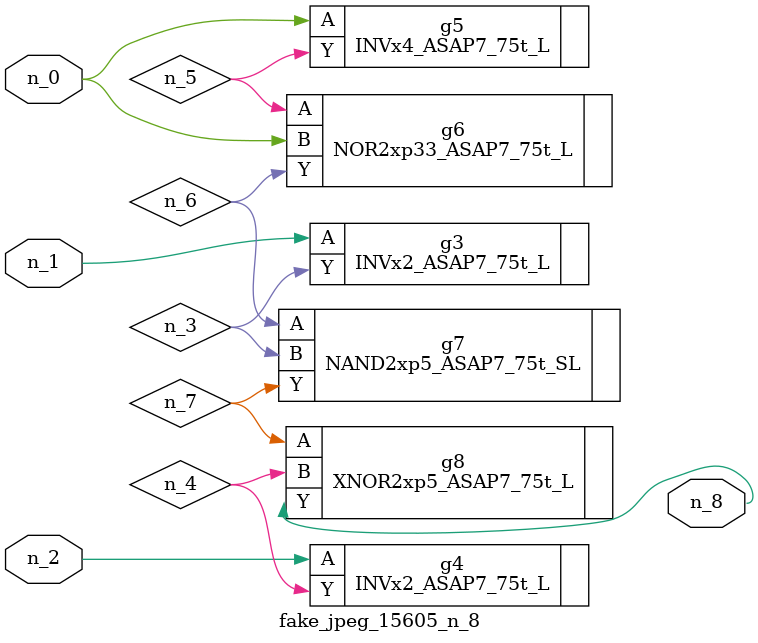
<source format=v>
module fake_jpeg_15605_n_8 (n_0, n_2, n_1, n_8);

input n_0;
input n_2;
input n_1;

output n_8;

wire n_3;
wire n_4;
wire n_6;
wire n_5;
wire n_7;

INVx2_ASAP7_75t_L g3 ( 
.A(n_1),
.Y(n_3)
);

INVx2_ASAP7_75t_L g4 ( 
.A(n_2),
.Y(n_4)
);

INVx4_ASAP7_75t_L g5 ( 
.A(n_0),
.Y(n_5)
);

NOR2xp33_ASAP7_75t_L g6 ( 
.A(n_5),
.B(n_0),
.Y(n_6)
);

NAND2xp5_ASAP7_75t_SL g7 ( 
.A(n_6),
.B(n_3),
.Y(n_7)
);

XNOR2xp5_ASAP7_75t_L g8 ( 
.A(n_7),
.B(n_4),
.Y(n_8)
);


endmodule
</source>
